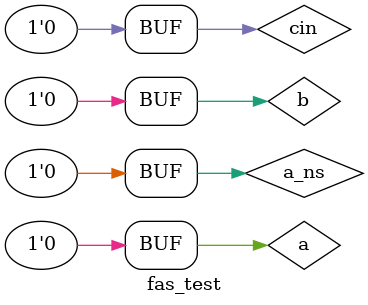
<source format=sv>
module fas_test;

// Put your code here
// ------------------
	logic s;
    logic cout;
	
	logic a;
    logic b;
	logic a_ns;
    logic cin;

	fas uut(.a(a),.b(b),.cin(cin),.a_ns(a_ns),.s(s),.cout(cout));
	
	initial begin
		a=0;
		b=0;
		a_ns=0;
		cin=0;
		
		#100;
		a=0;
		b=1;
		a_ns=0;
		cin=0;
		
		#100;
		a=0;
		b=0;
		a_ns=0;
		cin=0;
		
		#100;
	end

// End of your code

endmodule

</source>
